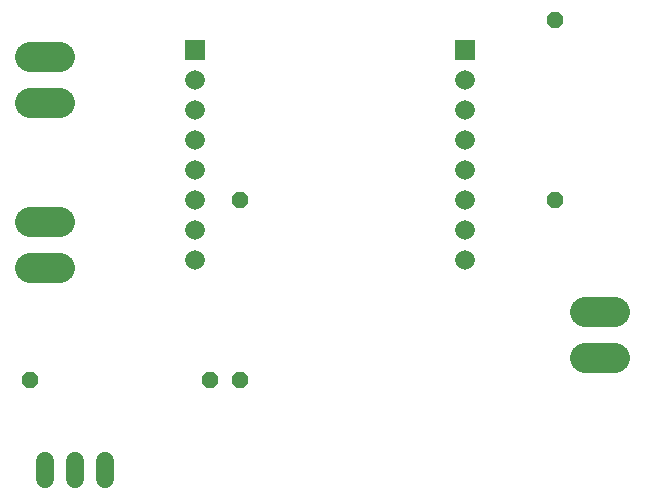
<source format=gbr>
G04 EAGLE Gerber RS-274X export*
G75*
%MOMM*%
%FSLAX34Y34*%
%LPD*%
%INBottom Copper*%
%IPPOS*%
%AMOC8*
5,1,8,0,0,1.08239X$1,22.5*%
G01*
%ADD10C,1.665000*%
%ADD11R,1.665000X1.665000*%
%ADD12C,2.514600*%
%ADD13C,1.524000*%
%ADD14P,1.429621X8X112.500000*%
%ADD15P,1.429621X8X202.500000*%
%ADD16P,1.429621X8X292.500000*%


D10*
X139700Y749300D03*
X139700Y774700D03*
X139700Y800100D03*
X139700Y825500D03*
X139700Y850900D03*
X139700Y876300D03*
X139700Y901700D03*
D11*
X139700Y927100D03*
X368300Y927100D03*
D10*
X368300Y901700D03*
X368300Y876300D03*
X368300Y850900D03*
X368300Y825500D03*
X368300Y800100D03*
X368300Y774700D03*
X368300Y749300D03*
D12*
X25273Y881888D02*
X127Y881888D01*
X127Y921512D02*
X25273Y921512D01*
X470027Y705612D02*
X495173Y705612D01*
X495173Y665988D02*
X470027Y665988D01*
D13*
X12700Y579120D02*
X12700Y563880D01*
X38100Y563880D02*
X38100Y579120D01*
X63500Y579120D02*
X63500Y563880D01*
D12*
X25273Y781812D02*
X127Y781812D01*
X127Y742188D02*
X25273Y742188D01*
D14*
X444500Y800100D03*
X444500Y952500D03*
D15*
X152400Y647700D03*
X0Y647700D03*
D16*
X177800Y800100D03*
X177800Y647700D03*
M02*

</source>
